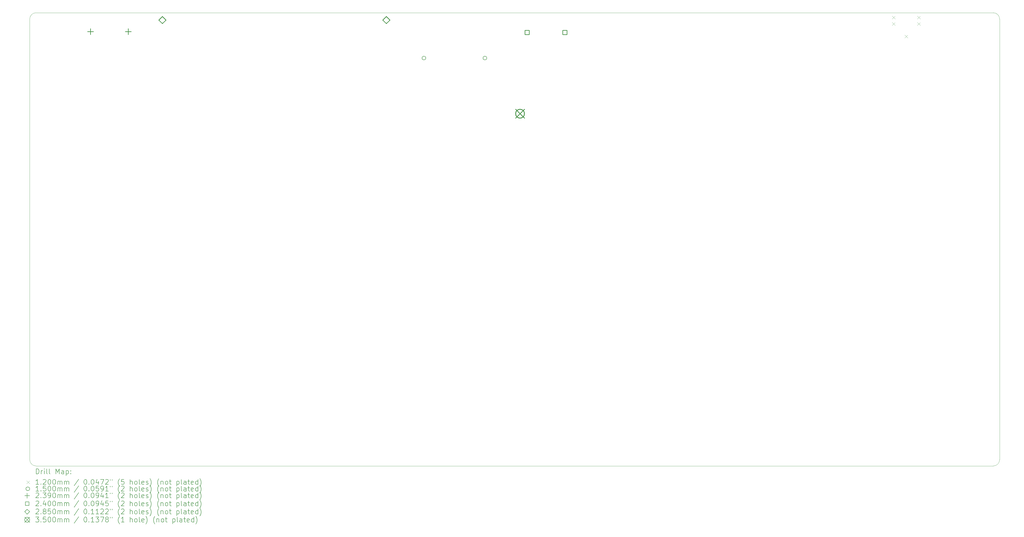
<source format=gbr>
%TF.GenerationSoftware,KiCad,Pcbnew,(6.0.11)*%
%TF.CreationDate,2023-02-02T14:04:35+00:00*%
%TF.ProjectId,yddraig09,79646472-6169-4673-9039-2e6b69636164,rev?*%
%TF.SameCoordinates,Original*%
%TF.FileFunction,Drillmap*%
%TF.FilePolarity,Positive*%
%FSLAX45Y45*%
G04 Gerber Fmt 4.5, Leading zero omitted, Abs format (unit mm)*
G04 Created by KiCad (PCBNEW (6.0.11)) date 2023-02-02 14:04:35*
%MOMM*%
%LPD*%
G01*
G04 APERTURE LIST*
%ADD10C,0.050000*%
%ADD11C,0.200000*%
%ADD12C,0.120000*%
%ADD13C,0.150000*%
%ADD14C,0.239000*%
%ADD15C,0.240000*%
%ADD16C,0.285000*%
%ADD17C,0.350000*%
G04 APERTURE END LIST*
D10*
X2000000Y-2250000D02*
X2000000Y-19750000D01*
X2250000Y-20000000D02*
X40250000Y-20000000D01*
X40500000Y-19750000D02*
X40500000Y-2250000D01*
X40250000Y-2000000D02*
X2250000Y-2000000D01*
X40250000Y-20000000D02*
G75*
G03*
X40500000Y-19750000I0J250000D01*
G01*
X2250000Y-2000000D02*
G75*
G03*
X2000000Y-2250000I0J-250000D01*
G01*
X40500000Y-2250000D02*
G75*
G03*
X40250000Y-2000000I-250000J0D01*
G01*
X2000000Y-19750000D02*
G75*
G03*
X2250000Y-20000000I250000J0D01*
G01*
D11*
D12*
X36236600Y-2130000D02*
X36356600Y-2250000D01*
X36356600Y-2130000D02*
X36236600Y-2250000D01*
X36236600Y-2380000D02*
X36356600Y-2500000D01*
X36356600Y-2380000D02*
X36236600Y-2500000D01*
X36736600Y-2880000D02*
X36856600Y-3000000D01*
X36856600Y-2880000D02*
X36736600Y-3000000D01*
X37236600Y-2130000D02*
X37356600Y-2250000D01*
X37356600Y-2130000D02*
X37236600Y-2250000D01*
X37236600Y-2380000D02*
X37356600Y-2500000D01*
X37356600Y-2380000D02*
X37236600Y-2500000D01*
D13*
X17721960Y-3798660D02*
G75*
G03*
X17721960Y-3798660I-75000J0D01*
G01*
X20141960Y-3798660D02*
G75*
G03*
X20141960Y-3798660I-75000J0D01*
G01*
D14*
X4408120Y-2628080D02*
X4408120Y-2867080D01*
X4288620Y-2747580D02*
X4527620Y-2747580D01*
X5909120Y-2628080D02*
X5909120Y-2867080D01*
X5789620Y-2747580D02*
X6028620Y-2747580D01*
D15*
X21826554Y-2868694D02*
X21826554Y-2698986D01*
X21656846Y-2698986D01*
X21656846Y-2868694D01*
X21826554Y-2868694D01*
X23326554Y-2868694D02*
X23326554Y-2698986D01*
X23156846Y-2698986D01*
X23156846Y-2868694D01*
X23326554Y-2868694D01*
D16*
X7264400Y-2428500D02*
X7406900Y-2286000D01*
X7264400Y-2143500D01*
X7121900Y-2286000D01*
X7264400Y-2428500D01*
X16154400Y-2428500D02*
X16296900Y-2286000D01*
X16154400Y-2143500D01*
X16011900Y-2286000D01*
X16154400Y-2428500D01*
D17*
X21288000Y-5834400D02*
X21638000Y-6184400D01*
X21638000Y-5834400D02*
X21288000Y-6184400D01*
X21638000Y-6009400D02*
G75*
G03*
X21638000Y-6009400I-175000J0D01*
G01*
D11*
X2255119Y-20312976D02*
X2255119Y-20112976D01*
X2302738Y-20112976D01*
X2331310Y-20122500D01*
X2350357Y-20141548D01*
X2359881Y-20160595D01*
X2369405Y-20198690D01*
X2369405Y-20227262D01*
X2359881Y-20265357D01*
X2350357Y-20284405D01*
X2331310Y-20303452D01*
X2302738Y-20312976D01*
X2255119Y-20312976D01*
X2455119Y-20312976D02*
X2455119Y-20179643D01*
X2455119Y-20217738D02*
X2464643Y-20198690D01*
X2474167Y-20189167D01*
X2493214Y-20179643D01*
X2512262Y-20179643D01*
X2578929Y-20312976D02*
X2578929Y-20179643D01*
X2578929Y-20112976D02*
X2569405Y-20122500D01*
X2578929Y-20132024D01*
X2588452Y-20122500D01*
X2578929Y-20112976D01*
X2578929Y-20132024D01*
X2702738Y-20312976D02*
X2683690Y-20303452D01*
X2674167Y-20284405D01*
X2674167Y-20112976D01*
X2807500Y-20312976D02*
X2788452Y-20303452D01*
X2778929Y-20284405D01*
X2778929Y-20112976D01*
X3036071Y-20312976D02*
X3036071Y-20112976D01*
X3102738Y-20255833D01*
X3169405Y-20112976D01*
X3169405Y-20312976D01*
X3350357Y-20312976D02*
X3350357Y-20208214D01*
X3340833Y-20189167D01*
X3321786Y-20179643D01*
X3283690Y-20179643D01*
X3264643Y-20189167D01*
X3350357Y-20303452D02*
X3331309Y-20312976D01*
X3283690Y-20312976D01*
X3264643Y-20303452D01*
X3255119Y-20284405D01*
X3255119Y-20265357D01*
X3264643Y-20246310D01*
X3283690Y-20236786D01*
X3331309Y-20236786D01*
X3350357Y-20227262D01*
X3445595Y-20179643D02*
X3445595Y-20379643D01*
X3445595Y-20189167D02*
X3464643Y-20179643D01*
X3502738Y-20179643D01*
X3521786Y-20189167D01*
X3531309Y-20198690D01*
X3540833Y-20217738D01*
X3540833Y-20274881D01*
X3531309Y-20293929D01*
X3521786Y-20303452D01*
X3502738Y-20312976D01*
X3464643Y-20312976D01*
X3445595Y-20303452D01*
X3626548Y-20293929D02*
X3636071Y-20303452D01*
X3626548Y-20312976D01*
X3617024Y-20303452D01*
X3626548Y-20293929D01*
X3626548Y-20312976D01*
X3626548Y-20189167D02*
X3636071Y-20198690D01*
X3626548Y-20208214D01*
X3617024Y-20198690D01*
X3626548Y-20189167D01*
X3626548Y-20208214D01*
D12*
X1877500Y-20582500D02*
X1997500Y-20702500D01*
X1997500Y-20582500D02*
X1877500Y-20702500D01*
D11*
X2359881Y-20732976D02*
X2245595Y-20732976D01*
X2302738Y-20732976D02*
X2302738Y-20532976D01*
X2283690Y-20561548D01*
X2264643Y-20580595D01*
X2245595Y-20590119D01*
X2445595Y-20713929D02*
X2455119Y-20723452D01*
X2445595Y-20732976D01*
X2436071Y-20723452D01*
X2445595Y-20713929D01*
X2445595Y-20732976D01*
X2531310Y-20552024D02*
X2540833Y-20542500D01*
X2559881Y-20532976D01*
X2607500Y-20532976D01*
X2626548Y-20542500D01*
X2636071Y-20552024D01*
X2645595Y-20571071D01*
X2645595Y-20590119D01*
X2636071Y-20618690D01*
X2521786Y-20732976D01*
X2645595Y-20732976D01*
X2769405Y-20532976D02*
X2788452Y-20532976D01*
X2807500Y-20542500D01*
X2817024Y-20552024D01*
X2826548Y-20571071D01*
X2836071Y-20609167D01*
X2836071Y-20656786D01*
X2826548Y-20694881D01*
X2817024Y-20713929D01*
X2807500Y-20723452D01*
X2788452Y-20732976D01*
X2769405Y-20732976D01*
X2750357Y-20723452D01*
X2740833Y-20713929D01*
X2731310Y-20694881D01*
X2721786Y-20656786D01*
X2721786Y-20609167D01*
X2731310Y-20571071D01*
X2740833Y-20552024D01*
X2750357Y-20542500D01*
X2769405Y-20532976D01*
X2959881Y-20532976D02*
X2978928Y-20532976D01*
X2997976Y-20542500D01*
X3007500Y-20552024D01*
X3017024Y-20571071D01*
X3026548Y-20609167D01*
X3026548Y-20656786D01*
X3017024Y-20694881D01*
X3007500Y-20713929D01*
X2997976Y-20723452D01*
X2978928Y-20732976D01*
X2959881Y-20732976D01*
X2940833Y-20723452D01*
X2931309Y-20713929D01*
X2921786Y-20694881D01*
X2912262Y-20656786D01*
X2912262Y-20609167D01*
X2921786Y-20571071D01*
X2931309Y-20552024D01*
X2940833Y-20542500D01*
X2959881Y-20532976D01*
X3112262Y-20732976D02*
X3112262Y-20599643D01*
X3112262Y-20618690D02*
X3121786Y-20609167D01*
X3140833Y-20599643D01*
X3169405Y-20599643D01*
X3188452Y-20609167D01*
X3197976Y-20628214D01*
X3197976Y-20732976D01*
X3197976Y-20628214D02*
X3207500Y-20609167D01*
X3226548Y-20599643D01*
X3255119Y-20599643D01*
X3274167Y-20609167D01*
X3283690Y-20628214D01*
X3283690Y-20732976D01*
X3378928Y-20732976D02*
X3378928Y-20599643D01*
X3378928Y-20618690D02*
X3388452Y-20609167D01*
X3407500Y-20599643D01*
X3436071Y-20599643D01*
X3455119Y-20609167D01*
X3464643Y-20628214D01*
X3464643Y-20732976D01*
X3464643Y-20628214D02*
X3474167Y-20609167D01*
X3493214Y-20599643D01*
X3521786Y-20599643D01*
X3540833Y-20609167D01*
X3550357Y-20628214D01*
X3550357Y-20732976D01*
X3940833Y-20523452D02*
X3769405Y-20780595D01*
X4197976Y-20532976D02*
X4217024Y-20532976D01*
X4236071Y-20542500D01*
X4245595Y-20552024D01*
X4255119Y-20571071D01*
X4264643Y-20609167D01*
X4264643Y-20656786D01*
X4255119Y-20694881D01*
X4245595Y-20713929D01*
X4236071Y-20723452D01*
X4217024Y-20732976D01*
X4197976Y-20732976D01*
X4178928Y-20723452D01*
X4169405Y-20713929D01*
X4159881Y-20694881D01*
X4150357Y-20656786D01*
X4150357Y-20609167D01*
X4159881Y-20571071D01*
X4169405Y-20552024D01*
X4178928Y-20542500D01*
X4197976Y-20532976D01*
X4350357Y-20713929D02*
X4359881Y-20723452D01*
X4350357Y-20732976D01*
X4340833Y-20723452D01*
X4350357Y-20713929D01*
X4350357Y-20732976D01*
X4483690Y-20532976D02*
X4502738Y-20532976D01*
X4521786Y-20542500D01*
X4531310Y-20552024D01*
X4540833Y-20571071D01*
X4550357Y-20609167D01*
X4550357Y-20656786D01*
X4540833Y-20694881D01*
X4531310Y-20713929D01*
X4521786Y-20723452D01*
X4502738Y-20732976D01*
X4483690Y-20732976D01*
X4464643Y-20723452D01*
X4455119Y-20713929D01*
X4445595Y-20694881D01*
X4436071Y-20656786D01*
X4436071Y-20609167D01*
X4445595Y-20571071D01*
X4455119Y-20552024D01*
X4464643Y-20542500D01*
X4483690Y-20532976D01*
X4721786Y-20599643D02*
X4721786Y-20732976D01*
X4674167Y-20523452D02*
X4626548Y-20666310D01*
X4750357Y-20666310D01*
X4807500Y-20532976D02*
X4940833Y-20532976D01*
X4855119Y-20732976D01*
X5007500Y-20552024D02*
X5017024Y-20542500D01*
X5036071Y-20532976D01*
X5083690Y-20532976D01*
X5102738Y-20542500D01*
X5112262Y-20552024D01*
X5121786Y-20571071D01*
X5121786Y-20590119D01*
X5112262Y-20618690D01*
X4997976Y-20732976D01*
X5121786Y-20732976D01*
X5197976Y-20532976D02*
X5197976Y-20571071D01*
X5274167Y-20532976D02*
X5274167Y-20571071D01*
X5569405Y-20809167D02*
X5559881Y-20799643D01*
X5540833Y-20771071D01*
X5531310Y-20752024D01*
X5521786Y-20723452D01*
X5512262Y-20675833D01*
X5512262Y-20637738D01*
X5521786Y-20590119D01*
X5531310Y-20561548D01*
X5540833Y-20542500D01*
X5559881Y-20513929D01*
X5569405Y-20504405D01*
X5740833Y-20532976D02*
X5645595Y-20532976D01*
X5636071Y-20628214D01*
X5645595Y-20618690D01*
X5664643Y-20609167D01*
X5712262Y-20609167D01*
X5731309Y-20618690D01*
X5740833Y-20628214D01*
X5750357Y-20647262D01*
X5750357Y-20694881D01*
X5740833Y-20713929D01*
X5731309Y-20723452D01*
X5712262Y-20732976D01*
X5664643Y-20732976D01*
X5645595Y-20723452D01*
X5636071Y-20713929D01*
X5988452Y-20732976D02*
X5988452Y-20532976D01*
X6074167Y-20732976D02*
X6074167Y-20628214D01*
X6064643Y-20609167D01*
X6045595Y-20599643D01*
X6017024Y-20599643D01*
X5997976Y-20609167D01*
X5988452Y-20618690D01*
X6197976Y-20732976D02*
X6178928Y-20723452D01*
X6169405Y-20713929D01*
X6159881Y-20694881D01*
X6159881Y-20637738D01*
X6169405Y-20618690D01*
X6178928Y-20609167D01*
X6197976Y-20599643D01*
X6226548Y-20599643D01*
X6245595Y-20609167D01*
X6255119Y-20618690D01*
X6264643Y-20637738D01*
X6264643Y-20694881D01*
X6255119Y-20713929D01*
X6245595Y-20723452D01*
X6226548Y-20732976D01*
X6197976Y-20732976D01*
X6378928Y-20732976D02*
X6359881Y-20723452D01*
X6350357Y-20704405D01*
X6350357Y-20532976D01*
X6531309Y-20723452D02*
X6512262Y-20732976D01*
X6474167Y-20732976D01*
X6455119Y-20723452D01*
X6445595Y-20704405D01*
X6445595Y-20628214D01*
X6455119Y-20609167D01*
X6474167Y-20599643D01*
X6512262Y-20599643D01*
X6531309Y-20609167D01*
X6540833Y-20628214D01*
X6540833Y-20647262D01*
X6445595Y-20666310D01*
X6617024Y-20723452D02*
X6636071Y-20732976D01*
X6674167Y-20732976D01*
X6693214Y-20723452D01*
X6702738Y-20704405D01*
X6702738Y-20694881D01*
X6693214Y-20675833D01*
X6674167Y-20666310D01*
X6645595Y-20666310D01*
X6626548Y-20656786D01*
X6617024Y-20637738D01*
X6617024Y-20628214D01*
X6626548Y-20609167D01*
X6645595Y-20599643D01*
X6674167Y-20599643D01*
X6693214Y-20609167D01*
X6769405Y-20809167D02*
X6778928Y-20799643D01*
X6797976Y-20771071D01*
X6807500Y-20752024D01*
X6817024Y-20723452D01*
X6826548Y-20675833D01*
X6826548Y-20637738D01*
X6817024Y-20590119D01*
X6807500Y-20561548D01*
X6797976Y-20542500D01*
X6778928Y-20513929D01*
X6769405Y-20504405D01*
X7131309Y-20809167D02*
X7121786Y-20799643D01*
X7102738Y-20771071D01*
X7093214Y-20752024D01*
X7083690Y-20723452D01*
X7074167Y-20675833D01*
X7074167Y-20637738D01*
X7083690Y-20590119D01*
X7093214Y-20561548D01*
X7102738Y-20542500D01*
X7121786Y-20513929D01*
X7131309Y-20504405D01*
X7207500Y-20599643D02*
X7207500Y-20732976D01*
X7207500Y-20618690D02*
X7217024Y-20609167D01*
X7236071Y-20599643D01*
X7264643Y-20599643D01*
X7283690Y-20609167D01*
X7293214Y-20628214D01*
X7293214Y-20732976D01*
X7417024Y-20732976D02*
X7397976Y-20723452D01*
X7388452Y-20713929D01*
X7378928Y-20694881D01*
X7378928Y-20637738D01*
X7388452Y-20618690D01*
X7397976Y-20609167D01*
X7417024Y-20599643D01*
X7445595Y-20599643D01*
X7464643Y-20609167D01*
X7474167Y-20618690D01*
X7483690Y-20637738D01*
X7483690Y-20694881D01*
X7474167Y-20713929D01*
X7464643Y-20723452D01*
X7445595Y-20732976D01*
X7417024Y-20732976D01*
X7540833Y-20599643D02*
X7617024Y-20599643D01*
X7569405Y-20532976D02*
X7569405Y-20704405D01*
X7578928Y-20723452D01*
X7597976Y-20732976D01*
X7617024Y-20732976D01*
X7836071Y-20599643D02*
X7836071Y-20799643D01*
X7836071Y-20609167D02*
X7855119Y-20599643D01*
X7893214Y-20599643D01*
X7912262Y-20609167D01*
X7921786Y-20618690D01*
X7931309Y-20637738D01*
X7931309Y-20694881D01*
X7921786Y-20713929D01*
X7912262Y-20723452D01*
X7893214Y-20732976D01*
X7855119Y-20732976D01*
X7836071Y-20723452D01*
X8045595Y-20732976D02*
X8026548Y-20723452D01*
X8017024Y-20704405D01*
X8017024Y-20532976D01*
X8207500Y-20732976D02*
X8207500Y-20628214D01*
X8197976Y-20609167D01*
X8178928Y-20599643D01*
X8140833Y-20599643D01*
X8121786Y-20609167D01*
X8207500Y-20723452D02*
X8188452Y-20732976D01*
X8140833Y-20732976D01*
X8121786Y-20723452D01*
X8112262Y-20704405D01*
X8112262Y-20685357D01*
X8121786Y-20666310D01*
X8140833Y-20656786D01*
X8188452Y-20656786D01*
X8207500Y-20647262D01*
X8274167Y-20599643D02*
X8350357Y-20599643D01*
X8302738Y-20532976D02*
X8302738Y-20704405D01*
X8312262Y-20723452D01*
X8331309Y-20732976D01*
X8350357Y-20732976D01*
X8493214Y-20723452D02*
X8474167Y-20732976D01*
X8436071Y-20732976D01*
X8417024Y-20723452D01*
X8407500Y-20704405D01*
X8407500Y-20628214D01*
X8417024Y-20609167D01*
X8436071Y-20599643D01*
X8474167Y-20599643D01*
X8493214Y-20609167D01*
X8502738Y-20628214D01*
X8502738Y-20647262D01*
X8407500Y-20666310D01*
X8674167Y-20732976D02*
X8674167Y-20532976D01*
X8674167Y-20723452D02*
X8655119Y-20732976D01*
X8617024Y-20732976D01*
X8597976Y-20723452D01*
X8588452Y-20713929D01*
X8578929Y-20694881D01*
X8578929Y-20637738D01*
X8588452Y-20618690D01*
X8597976Y-20609167D01*
X8617024Y-20599643D01*
X8655119Y-20599643D01*
X8674167Y-20609167D01*
X8750357Y-20809167D02*
X8759881Y-20799643D01*
X8778929Y-20771071D01*
X8788452Y-20752024D01*
X8797976Y-20723452D01*
X8807500Y-20675833D01*
X8807500Y-20637738D01*
X8797976Y-20590119D01*
X8788452Y-20561548D01*
X8778929Y-20542500D01*
X8759881Y-20513929D01*
X8750357Y-20504405D01*
D13*
X1997500Y-20906500D02*
G75*
G03*
X1997500Y-20906500I-75000J0D01*
G01*
D11*
X2359881Y-20996976D02*
X2245595Y-20996976D01*
X2302738Y-20996976D02*
X2302738Y-20796976D01*
X2283690Y-20825548D01*
X2264643Y-20844595D01*
X2245595Y-20854119D01*
X2445595Y-20977929D02*
X2455119Y-20987452D01*
X2445595Y-20996976D01*
X2436071Y-20987452D01*
X2445595Y-20977929D01*
X2445595Y-20996976D01*
X2636071Y-20796976D02*
X2540833Y-20796976D01*
X2531310Y-20892214D01*
X2540833Y-20882690D01*
X2559881Y-20873167D01*
X2607500Y-20873167D01*
X2626548Y-20882690D01*
X2636071Y-20892214D01*
X2645595Y-20911262D01*
X2645595Y-20958881D01*
X2636071Y-20977929D01*
X2626548Y-20987452D01*
X2607500Y-20996976D01*
X2559881Y-20996976D01*
X2540833Y-20987452D01*
X2531310Y-20977929D01*
X2769405Y-20796976D02*
X2788452Y-20796976D01*
X2807500Y-20806500D01*
X2817024Y-20816024D01*
X2826548Y-20835071D01*
X2836071Y-20873167D01*
X2836071Y-20920786D01*
X2826548Y-20958881D01*
X2817024Y-20977929D01*
X2807500Y-20987452D01*
X2788452Y-20996976D01*
X2769405Y-20996976D01*
X2750357Y-20987452D01*
X2740833Y-20977929D01*
X2731310Y-20958881D01*
X2721786Y-20920786D01*
X2721786Y-20873167D01*
X2731310Y-20835071D01*
X2740833Y-20816024D01*
X2750357Y-20806500D01*
X2769405Y-20796976D01*
X2959881Y-20796976D02*
X2978928Y-20796976D01*
X2997976Y-20806500D01*
X3007500Y-20816024D01*
X3017024Y-20835071D01*
X3026548Y-20873167D01*
X3026548Y-20920786D01*
X3017024Y-20958881D01*
X3007500Y-20977929D01*
X2997976Y-20987452D01*
X2978928Y-20996976D01*
X2959881Y-20996976D01*
X2940833Y-20987452D01*
X2931309Y-20977929D01*
X2921786Y-20958881D01*
X2912262Y-20920786D01*
X2912262Y-20873167D01*
X2921786Y-20835071D01*
X2931309Y-20816024D01*
X2940833Y-20806500D01*
X2959881Y-20796976D01*
X3112262Y-20996976D02*
X3112262Y-20863643D01*
X3112262Y-20882690D02*
X3121786Y-20873167D01*
X3140833Y-20863643D01*
X3169405Y-20863643D01*
X3188452Y-20873167D01*
X3197976Y-20892214D01*
X3197976Y-20996976D01*
X3197976Y-20892214D02*
X3207500Y-20873167D01*
X3226548Y-20863643D01*
X3255119Y-20863643D01*
X3274167Y-20873167D01*
X3283690Y-20892214D01*
X3283690Y-20996976D01*
X3378928Y-20996976D02*
X3378928Y-20863643D01*
X3378928Y-20882690D02*
X3388452Y-20873167D01*
X3407500Y-20863643D01*
X3436071Y-20863643D01*
X3455119Y-20873167D01*
X3464643Y-20892214D01*
X3464643Y-20996976D01*
X3464643Y-20892214D02*
X3474167Y-20873167D01*
X3493214Y-20863643D01*
X3521786Y-20863643D01*
X3540833Y-20873167D01*
X3550357Y-20892214D01*
X3550357Y-20996976D01*
X3940833Y-20787452D02*
X3769405Y-21044595D01*
X4197976Y-20796976D02*
X4217024Y-20796976D01*
X4236071Y-20806500D01*
X4245595Y-20816024D01*
X4255119Y-20835071D01*
X4264643Y-20873167D01*
X4264643Y-20920786D01*
X4255119Y-20958881D01*
X4245595Y-20977929D01*
X4236071Y-20987452D01*
X4217024Y-20996976D01*
X4197976Y-20996976D01*
X4178928Y-20987452D01*
X4169405Y-20977929D01*
X4159881Y-20958881D01*
X4150357Y-20920786D01*
X4150357Y-20873167D01*
X4159881Y-20835071D01*
X4169405Y-20816024D01*
X4178928Y-20806500D01*
X4197976Y-20796976D01*
X4350357Y-20977929D02*
X4359881Y-20987452D01*
X4350357Y-20996976D01*
X4340833Y-20987452D01*
X4350357Y-20977929D01*
X4350357Y-20996976D01*
X4483690Y-20796976D02*
X4502738Y-20796976D01*
X4521786Y-20806500D01*
X4531310Y-20816024D01*
X4540833Y-20835071D01*
X4550357Y-20873167D01*
X4550357Y-20920786D01*
X4540833Y-20958881D01*
X4531310Y-20977929D01*
X4521786Y-20987452D01*
X4502738Y-20996976D01*
X4483690Y-20996976D01*
X4464643Y-20987452D01*
X4455119Y-20977929D01*
X4445595Y-20958881D01*
X4436071Y-20920786D01*
X4436071Y-20873167D01*
X4445595Y-20835071D01*
X4455119Y-20816024D01*
X4464643Y-20806500D01*
X4483690Y-20796976D01*
X4731310Y-20796976D02*
X4636071Y-20796976D01*
X4626548Y-20892214D01*
X4636071Y-20882690D01*
X4655119Y-20873167D01*
X4702738Y-20873167D01*
X4721786Y-20882690D01*
X4731310Y-20892214D01*
X4740833Y-20911262D01*
X4740833Y-20958881D01*
X4731310Y-20977929D01*
X4721786Y-20987452D01*
X4702738Y-20996976D01*
X4655119Y-20996976D01*
X4636071Y-20987452D01*
X4626548Y-20977929D01*
X4836071Y-20996976D02*
X4874167Y-20996976D01*
X4893214Y-20987452D01*
X4902738Y-20977929D01*
X4921786Y-20949357D01*
X4931310Y-20911262D01*
X4931310Y-20835071D01*
X4921786Y-20816024D01*
X4912262Y-20806500D01*
X4893214Y-20796976D01*
X4855119Y-20796976D01*
X4836071Y-20806500D01*
X4826548Y-20816024D01*
X4817024Y-20835071D01*
X4817024Y-20882690D01*
X4826548Y-20901738D01*
X4836071Y-20911262D01*
X4855119Y-20920786D01*
X4893214Y-20920786D01*
X4912262Y-20911262D01*
X4921786Y-20901738D01*
X4931310Y-20882690D01*
X5121786Y-20996976D02*
X5007500Y-20996976D01*
X5064643Y-20996976D02*
X5064643Y-20796976D01*
X5045595Y-20825548D01*
X5026548Y-20844595D01*
X5007500Y-20854119D01*
X5197976Y-20796976D02*
X5197976Y-20835071D01*
X5274167Y-20796976D02*
X5274167Y-20835071D01*
X5569405Y-21073167D02*
X5559881Y-21063643D01*
X5540833Y-21035071D01*
X5531310Y-21016024D01*
X5521786Y-20987452D01*
X5512262Y-20939833D01*
X5512262Y-20901738D01*
X5521786Y-20854119D01*
X5531310Y-20825548D01*
X5540833Y-20806500D01*
X5559881Y-20777929D01*
X5569405Y-20768405D01*
X5636071Y-20816024D02*
X5645595Y-20806500D01*
X5664643Y-20796976D01*
X5712262Y-20796976D01*
X5731309Y-20806500D01*
X5740833Y-20816024D01*
X5750357Y-20835071D01*
X5750357Y-20854119D01*
X5740833Y-20882690D01*
X5626548Y-20996976D01*
X5750357Y-20996976D01*
X5988452Y-20996976D02*
X5988452Y-20796976D01*
X6074167Y-20996976D02*
X6074167Y-20892214D01*
X6064643Y-20873167D01*
X6045595Y-20863643D01*
X6017024Y-20863643D01*
X5997976Y-20873167D01*
X5988452Y-20882690D01*
X6197976Y-20996976D02*
X6178928Y-20987452D01*
X6169405Y-20977929D01*
X6159881Y-20958881D01*
X6159881Y-20901738D01*
X6169405Y-20882690D01*
X6178928Y-20873167D01*
X6197976Y-20863643D01*
X6226548Y-20863643D01*
X6245595Y-20873167D01*
X6255119Y-20882690D01*
X6264643Y-20901738D01*
X6264643Y-20958881D01*
X6255119Y-20977929D01*
X6245595Y-20987452D01*
X6226548Y-20996976D01*
X6197976Y-20996976D01*
X6378928Y-20996976D02*
X6359881Y-20987452D01*
X6350357Y-20968405D01*
X6350357Y-20796976D01*
X6531309Y-20987452D02*
X6512262Y-20996976D01*
X6474167Y-20996976D01*
X6455119Y-20987452D01*
X6445595Y-20968405D01*
X6445595Y-20892214D01*
X6455119Y-20873167D01*
X6474167Y-20863643D01*
X6512262Y-20863643D01*
X6531309Y-20873167D01*
X6540833Y-20892214D01*
X6540833Y-20911262D01*
X6445595Y-20930310D01*
X6617024Y-20987452D02*
X6636071Y-20996976D01*
X6674167Y-20996976D01*
X6693214Y-20987452D01*
X6702738Y-20968405D01*
X6702738Y-20958881D01*
X6693214Y-20939833D01*
X6674167Y-20930310D01*
X6645595Y-20930310D01*
X6626548Y-20920786D01*
X6617024Y-20901738D01*
X6617024Y-20892214D01*
X6626548Y-20873167D01*
X6645595Y-20863643D01*
X6674167Y-20863643D01*
X6693214Y-20873167D01*
X6769405Y-21073167D02*
X6778928Y-21063643D01*
X6797976Y-21035071D01*
X6807500Y-21016024D01*
X6817024Y-20987452D01*
X6826548Y-20939833D01*
X6826548Y-20901738D01*
X6817024Y-20854119D01*
X6807500Y-20825548D01*
X6797976Y-20806500D01*
X6778928Y-20777929D01*
X6769405Y-20768405D01*
X7131309Y-21073167D02*
X7121786Y-21063643D01*
X7102738Y-21035071D01*
X7093214Y-21016024D01*
X7083690Y-20987452D01*
X7074167Y-20939833D01*
X7074167Y-20901738D01*
X7083690Y-20854119D01*
X7093214Y-20825548D01*
X7102738Y-20806500D01*
X7121786Y-20777929D01*
X7131309Y-20768405D01*
X7207500Y-20863643D02*
X7207500Y-20996976D01*
X7207500Y-20882690D02*
X7217024Y-20873167D01*
X7236071Y-20863643D01*
X7264643Y-20863643D01*
X7283690Y-20873167D01*
X7293214Y-20892214D01*
X7293214Y-20996976D01*
X7417024Y-20996976D02*
X7397976Y-20987452D01*
X7388452Y-20977929D01*
X7378928Y-20958881D01*
X7378928Y-20901738D01*
X7388452Y-20882690D01*
X7397976Y-20873167D01*
X7417024Y-20863643D01*
X7445595Y-20863643D01*
X7464643Y-20873167D01*
X7474167Y-20882690D01*
X7483690Y-20901738D01*
X7483690Y-20958881D01*
X7474167Y-20977929D01*
X7464643Y-20987452D01*
X7445595Y-20996976D01*
X7417024Y-20996976D01*
X7540833Y-20863643D02*
X7617024Y-20863643D01*
X7569405Y-20796976D02*
X7569405Y-20968405D01*
X7578928Y-20987452D01*
X7597976Y-20996976D01*
X7617024Y-20996976D01*
X7836071Y-20863643D02*
X7836071Y-21063643D01*
X7836071Y-20873167D02*
X7855119Y-20863643D01*
X7893214Y-20863643D01*
X7912262Y-20873167D01*
X7921786Y-20882690D01*
X7931309Y-20901738D01*
X7931309Y-20958881D01*
X7921786Y-20977929D01*
X7912262Y-20987452D01*
X7893214Y-20996976D01*
X7855119Y-20996976D01*
X7836071Y-20987452D01*
X8045595Y-20996976D02*
X8026548Y-20987452D01*
X8017024Y-20968405D01*
X8017024Y-20796976D01*
X8207500Y-20996976D02*
X8207500Y-20892214D01*
X8197976Y-20873167D01*
X8178928Y-20863643D01*
X8140833Y-20863643D01*
X8121786Y-20873167D01*
X8207500Y-20987452D02*
X8188452Y-20996976D01*
X8140833Y-20996976D01*
X8121786Y-20987452D01*
X8112262Y-20968405D01*
X8112262Y-20949357D01*
X8121786Y-20930310D01*
X8140833Y-20920786D01*
X8188452Y-20920786D01*
X8207500Y-20911262D01*
X8274167Y-20863643D02*
X8350357Y-20863643D01*
X8302738Y-20796976D02*
X8302738Y-20968405D01*
X8312262Y-20987452D01*
X8331309Y-20996976D01*
X8350357Y-20996976D01*
X8493214Y-20987452D02*
X8474167Y-20996976D01*
X8436071Y-20996976D01*
X8417024Y-20987452D01*
X8407500Y-20968405D01*
X8407500Y-20892214D01*
X8417024Y-20873167D01*
X8436071Y-20863643D01*
X8474167Y-20863643D01*
X8493214Y-20873167D01*
X8502738Y-20892214D01*
X8502738Y-20911262D01*
X8407500Y-20930310D01*
X8674167Y-20996976D02*
X8674167Y-20796976D01*
X8674167Y-20987452D02*
X8655119Y-20996976D01*
X8617024Y-20996976D01*
X8597976Y-20987452D01*
X8588452Y-20977929D01*
X8578929Y-20958881D01*
X8578929Y-20901738D01*
X8588452Y-20882690D01*
X8597976Y-20873167D01*
X8617024Y-20863643D01*
X8655119Y-20863643D01*
X8674167Y-20873167D01*
X8750357Y-21073167D02*
X8759881Y-21063643D01*
X8778929Y-21035071D01*
X8788452Y-21016024D01*
X8797976Y-20987452D01*
X8807500Y-20939833D01*
X8807500Y-20901738D01*
X8797976Y-20854119D01*
X8788452Y-20825548D01*
X8778929Y-20806500D01*
X8759881Y-20777929D01*
X8750357Y-20768405D01*
X1897500Y-21076500D02*
X1897500Y-21276500D01*
X1797500Y-21176500D02*
X1997500Y-21176500D01*
X2245595Y-21086024D02*
X2255119Y-21076500D01*
X2274167Y-21066976D01*
X2321786Y-21066976D01*
X2340833Y-21076500D01*
X2350357Y-21086024D01*
X2359881Y-21105071D01*
X2359881Y-21124119D01*
X2350357Y-21152690D01*
X2236071Y-21266976D01*
X2359881Y-21266976D01*
X2445595Y-21247929D02*
X2455119Y-21257452D01*
X2445595Y-21266976D01*
X2436071Y-21257452D01*
X2445595Y-21247929D01*
X2445595Y-21266976D01*
X2521786Y-21066976D02*
X2645595Y-21066976D01*
X2578929Y-21143167D01*
X2607500Y-21143167D01*
X2626548Y-21152690D01*
X2636071Y-21162214D01*
X2645595Y-21181262D01*
X2645595Y-21228881D01*
X2636071Y-21247929D01*
X2626548Y-21257452D01*
X2607500Y-21266976D01*
X2550357Y-21266976D01*
X2531310Y-21257452D01*
X2521786Y-21247929D01*
X2740833Y-21266976D02*
X2778929Y-21266976D01*
X2797976Y-21257452D01*
X2807500Y-21247929D01*
X2826548Y-21219357D01*
X2836071Y-21181262D01*
X2836071Y-21105071D01*
X2826548Y-21086024D01*
X2817024Y-21076500D01*
X2797976Y-21066976D01*
X2759881Y-21066976D01*
X2740833Y-21076500D01*
X2731310Y-21086024D01*
X2721786Y-21105071D01*
X2721786Y-21152690D01*
X2731310Y-21171738D01*
X2740833Y-21181262D01*
X2759881Y-21190786D01*
X2797976Y-21190786D01*
X2817024Y-21181262D01*
X2826548Y-21171738D01*
X2836071Y-21152690D01*
X2959881Y-21066976D02*
X2978928Y-21066976D01*
X2997976Y-21076500D01*
X3007500Y-21086024D01*
X3017024Y-21105071D01*
X3026548Y-21143167D01*
X3026548Y-21190786D01*
X3017024Y-21228881D01*
X3007500Y-21247929D01*
X2997976Y-21257452D01*
X2978928Y-21266976D01*
X2959881Y-21266976D01*
X2940833Y-21257452D01*
X2931309Y-21247929D01*
X2921786Y-21228881D01*
X2912262Y-21190786D01*
X2912262Y-21143167D01*
X2921786Y-21105071D01*
X2931309Y-21086024D01*
X2940833Y-21076500D01*
X2959881Y-21066976D01*
X3112262Y-21266976D02*
X3112262Y-21133643D01*
X3112262Y-21152690D02*
X3121786Y-21143167D01*
X3140833Y-21133643D01*
X3169405Y-21133643D01*
X3188452Y-21143167D01*
X3197976Y-21162214D01*
X3197976Y-21266976D01*
X3197976Y-21162214D02*
X3207500Y-21143167D01*
X3226548Y-21133643D01*
X3255119Y-21133643D01*
X3274167Y-21143167D01*
X3283690Y-21162214D01*
X3283690Y-21266976D01*
X3378928Y-21266976D02*
X3378928Y-21133643D01*
X3378928Y-21152690D02*
X3388452Y-21143167D01*
X3407500Y-21133643D01*
X3436071Y-21133643D01*
X3455119Y-21143167D01*
X3464643Y-21162214D01*
X3464643Y-21266976D01*
X3464643Y-21162214D02*
X3474167Y-21143167D01*
X3493214Y-21133643D01*
X3521786Y-21133643D01*
X3540833Y-21143167D01*
X3550357Y-21162214D01*
X3550357Y-21266976D01*
X3940833Y-21057452D02*
X3769405Y-21314595D01*
X4197976Y-21066976D02*
X4217024Y-21066976D01*
X4236071Y-21076500D01*
X4245595Y-21086024D01*
X4255119Y-21105071D01*
X4264643Y-21143167D01*
X4264643Y-21190786D01*
X4255119Y-21228881D01*
X4245595Y-21247929D01*
X4236071Y-21257452D01*
X4217024Y-21266976D01*
X4197976Y-21266976D01*
X4178928Y-21257452D01*
X4169405Y-21247929D01*
X4159881Y-21228881D01*
X4150357Y-21190786D01*
X4150357Y-21143167D01*
X4159881Y-21105071D01*
X4169405Y-21086024D01*
X4178928Y-21076500D01*
X4197976Y-21066976D01*
X4350357Y-21247929D02*
X4359881Y-21257452D01*
X4350357Y-21266976D01*
X4340833Y-21257452D01*
X4350357Y-21247929D01*
X4350357Y-21266976D01*
X4483690Y-21066976D02*
X4502738Y-21066976D01*
X4521786Y-21076500D01*
X4531310Y-21086024D01*
X4540833Y-21105071D01*
X4550357Y-21143167D01*
X4550357Y-21190786D01*
X4540833Y-21228881D01*
X4531310Y-21247929D01*
X4521786Y-21257452D01*
X4502738Y-21266976D01*
X4483690Y-21266976D01*
X4464643Y-21257452D01*
X4455119Y-21247929D01*
X4445595Y-21228881D01*
X4436071Y-21190786D01*
X4436071Y-21143167D01*
X4445595Y-21105071D01*
X4455119Y-21086024D01*
X4464643Y-21076500D01*
X4483690Y-21066976D01*
X4645595Y-21266976D02*
X4683690Y-21266976D01*
X4702738Y-21257452D01*
X4712262Y-21247929D01*
X4731310Y-21219357D01*
X4740833Y-21181262D01*
X4740833Y-21105071D01*
X4731310Y-21086024D01*
X4721786Y-21076500D01*
X4702738Y-21066976D01*
X4664643Y-21066976D01*
X4645595Y-21076500D01*
X4636071Y-21086024D01*
X4626548Y-21105071D01*
X4626548Y-21152690D01*
X4636071Y-21171738D01*
X4645595Y-21181262D01*
X4664643Y-21190786D01*
X4702738Y-21190786D01*
X4721786Y-21181262D01*
X4731310Y-21171738D01*
X4740833Y-21152690D01*
X4912262Y-21133643D02*
X4912262Y-21266976D01*
X4864643Y-21057452D02*
X4817024Y-21200310D01*
X4940833Y-21200310D01*
X5121786Y-21266976D02*
X5007500Y-21266976D01*
X5064643Y-21266976D02*
X5064643Y-21066976D01*
X5045595Y-21095548D01*
X5026548Y-21114595D01*
X5007500Y-21124119D01*
X5197976Y-21066976D02*
X5197976Y-21105071D01*
X5274167Y-21066976D02*
X5274167Y-21105071D01*
X5569405Y-21343167D02*
X5559881Y-21333643D01*
X5540833Y-21305071D01*
X5531310Y-21286024D01*
X5521786Y-21257452D01*
X5512262Y-21209833D01*
X5512262Y-21171738D01*
X5521786Y-21124119D01*
X5531310Y-21095548D01*
X5540833Y-21076500D01*
X5559881Y-21047929D01*
X5569405Y-21038405D01*
X5636071Y-21086024D02*
X5645595Y-21076500D01*
X5664643Y-21066976D01*
X5712262Y-21066976D01*
X5731309Y-21076500D01*
X5740833Y-21086024D01*
X5750357Y-21105071D01*
X5750357Y-21124119D01*
X5740833Y-21152690D01*
X5626548Y-21266976D01*
X5750357Y-21266976D01*
X5988452Y-21266976D02*
X5988452Y-21066976D01*
X6074167Y-21266976D02*
X6074167Y-21162214D01*
X6064643Y-21143167D01*
X6045595Y-21133643D01*
X6017024Y-21133643D01*
X5997976Y-21143167D01*
X5988452Y-21152690D01*
X6197976Y-21266976D02*
X6178928Y-21257452D01*
X6169405Y-21247929D01*
X6159881Y-21228881D01*
X6159881Y-21171738D01*
X6169405Y-21152690D01*
X6178928Y-21143167D01*
X6197976Y-21133643D01*
X6226548Y-21133643D01*
X6245595Y-21143167D01*
X6255119Y-21152690D01*
X6264643Y-21171738D01*
X6264643Y-21228881D01*
X6255119Y-21247929D01*
X6245595Y-21257452D01*
X6226548Y-21266976D01*
X6197976Y-21266976D01*
X6378928Y-21266976D02*
X6359881Y-21257452D01*
X6350357Y-21238405D01*
X6350357Y-21066976D01*
X6531309Y-21257452D02*
X6512262Y-21266976D01*
X6474167Y-21266976D01*
X6455119Y-21257452D01*
X6445595Y-21238405D01*
X6445595Y-21162214D01*
X6455119Y-21143167D01*
X6474167Y-21133643D01*
X6512262Y-21133643D01*
X6531309Y-21143167D01*
X6540833Y-21162214D01*
X6540833Y-21181262D01*
X6445595Y-21200310D01*
X6617024Y-21257452D02*
X6636071Y-21266976D01*
X6674167Y-21266976D01*
X6693214Y-21257452D01*
X6702738Y-21238405D01*
X6702738Y-21228881D01*
X6693214Y-21209833D01*
X6674167Y-21200310D01*
X6645595Y-21200310D01*
X6626548Y-21190786D01*
X6617024Y-21171738D01*
X6617024Y-21162214D01*
X6626548Y-21143167D01*
X6645595Y-21133643D01*
X6674167Y-21133643D01*
X6693214Y-21143167D01*
X6769405Y-21343167D02*
X6778928Y-21333643D01*
X6797976Y-21305071D01*
X6807500Y-21286024D01*
X6817024Y-21257452D01*
X6826548Y-21209833D01*
X6826548Y-21171738D01*
X6817024Y-21124119D01*
X6807500Y-21095548D01*
X6797976Y-21076500D01*
X6778928Y-21047929D01*
X6769405Y-21038405D01*
X7131309Y-21343167D02*
X7121786Y-21333643D01*
X7102738Y-21305071D01*
X7093214Y-21286024D01*
X7083690Y-21257452D01*
X7074167Y-21209833D01*
X7074167Y-21171738D01*
X7083690Y-21124119D01*
X7093214Y-21095548D01*
X7102738Y-21076500D01*
X7121786Y-21047929D01*
X7131309Y-21038405D01*
X7207500Y-21133643D02*
X7207500Y-21266976D01*
X7207500Y-21152690D02*
X7217024Y-21143167D01*
X7236071Y-21133643D01*
X7264643Y-21133643D01*
X7283690Y-21143167D01*
X7293214Y-21162214D01*
X7293214Y-21266976D01*
X7417024Y-21266976D02*
X7397976Y-21257452D01*
X7388452Y-21247929D01*
X7378928Y-21228881D01*
X7378928Y-21171738D01*
X7388452Y-21152690D01*
X7397976Y-21143167D01*
X7417024Y-21133643D01*
X7445595Y-21133643D01*
X7464643Y-21143167D01*
X7474167Y-21152690D01*
X7483690Y-21171738D01*
X7483690Y-21228881D01*
X7474167Y-21247929D01*
X7464643Y-21257452D01*
X7445595Y-21266976D01*
X7417024Y-21266976D01*
X7540833Y-21133643D02*
X7617024Y-21133643D01*
X7569405Y-21066976D02*
X7569405Y-21238405D01*
X7578928Y-21257452D01*
X7597976Y-21266976D01*
X7617024Y-21266976D01*
X7836071Y-21133643D02*
X7836071Y-21333643D01*
X7836071Y-21143167D02*
X7855119Y-21133643D01*
X7893214Y-21133643D01*
X7912262Y-21143167D01*
X7921786Y-21152690D01*
X7931309Y-21171738D01*
X7931309Y-21228881D01*
X7921786Y-21247929D01*
X7912262Y-21257452D01*
X7893214Y-21266976D01*
X7855119Y-21266976D01*
X7836071Y-21257452D01*
X8045595Y-21266976D02*
X8026548Y-21257452D01*
X8017024Y-21238405D01*
X8017024Y-21066976D01*
X8207500Y-21266976D02*
X8207500Y-21162214D01*
X8197976Y-21143167D01*
X8178928Y-21133643D01*
X8140833Y-21133643D01*
X8121786Y-21143167D01*
X8207500Y-21257452D02*
X8188452Y-21266976D01*
X8140833Y-21266976D01*
X8121786Y-21257452D01*
X8112262Y-21238405D01*
X8112262Y-21219357D01*
X8121786Y-21200310D01*
X8140833Y-21190786D01*
X8188452Y-21190786D01*
X8207500Y-21181262D01*
X8274167Y-21133643D02*
X8350357Y-21133643D01*
X8302738Y-21066976D02*
X8302738Y-21238405D01*
X8312262Y-21257452D01*
X8331309Y-21266976D01*
X8350357Y-21266976D01*
X8493214Y-21257452D02*
X8474167Y-21266976D01*
X8436071Y-21266976D01*
X8417024Y-21257452D01*
X8407500Y-21238405D01*
X8407500Y-21162214D01*
X8417024Y-21143167D01*
X8436071Y-21133643D01*
X8474167Y-21133643D01*
X8493214Y-21143167D01*
X8502738Y-21162214D01*
X8502738Y-21181262D01*
X8407500Y-21200310D01*
X8674167Y-21266976D02*
X8674167Y-21066976D01*
X8674167Y-21257452D02*
X8655119Y-21266976D01*
X8617024Y-21266976D01*
X8597976Y-21257452D01*
X8588452Y-21247929D01*
X8578929Y-21228881D01*
X8578929Y-21171738D01*
X8588452Y-21152690D01*
X8597976Y-21143167D01*
X8617024Y-21133643D01*
X8655119Y-21133643D01*
X8674167Y-21143167D01*
X8750357Y-21343167D02*
X8759881Y-21333643D01*
X8778929Y-21305071D01*
X8788452Y-21286024D01*
X8797976Y-21257452D01*
X8807500Y-21209833D01*
X8807500Y-21171738D01*
X8797976Y-21124119D01*
X8788452Y-21095548D01*
X8778929Y-21076500D01*
X8759881Y-21047929D01*
X8750357Y-21038405D01*
X1968211Y-21567211D02*
X1968211Y-21425789D01*
X1826789Y-21425789D01*
X1826789Y-21567211D01*
X1968211Y-21567211D01*
X2245595Y-21406024D02*
X2255119Y-21396500D01*
X2274167Y-21386976D01*
X2321786Y-21386976D01*
X2340833Y-21396500D01*
X2350357Y-21406024D01*
X2359881Y-21425071D01*
X2359881Y-21444119D01*
X2350357Y-21472690D01*
X2236071Y-21586976D01*
X2359881Y-21586976D01*
X2445595Y-21567929D02*
X2455119Y-21577452D01*
X2445595Y-21586976D01*
X2436071Y-21577452D01*
X2445595Y-21567929D01*
X2445595Y-21586976D01*
X2626548Y-21453643D02*
X2626548Y-21586976D01*
X2578929Y-21377452D02*
X2531310Y-21520310D01*
X2655119Y-21520310D01*
X2769405Y-21386976D02*
X2788452Y-21386976D01*
X2807500Y-21396500D01*
X2817024Y-21406024D01*
X2826548Y-21425071D01*
X2836071Y-21463167D01*
X2836071Y-21510786D01*
X2826548Y-21548881D01*
X2817024Y-21567929D01*
X2807500Y-21577452D01*
X2788452Y-21586976D01*
X2769405Y-21586976D01*
X2750357Y-21577452D01*
X2740833Y-21567929D01*
X2731310Y-21548881D01*
X2721786Y-21510786D01*
X2721786Y-21463167D01*
X2731310Y-21425071D01*
X2740833Y-21406024D01*
X2750357Y-21396500D01*
X2769405Y-21386976D01*
X2959881Y-21386976D02*
X2978928Y-21386976D01*
X2997976Y-21396500D01*
X3007500Y-21406024D01*
X3017024Y-21425071D01*
X3026548Y-21463167D01*
X3026548Y-21510786D01*
X3017024Y-21548881D01*
X3007500Y-21567929D01*
X2997976Y-21577452D01*
X2978928Y-21586976D01*
X2959881Y-21586976D01*
X2940833Y-21577452D01*
X2931309Y-21567929D01*
X2921786Y-21548881D01*
X2912262Y-21510786D01*
X2912262Y-21463167D01*
X2921786Y-21425071D01*
X2931309Y-21406024D01*
X2940833Y-21396500D01*
X2959881Y-21386976D01*
X3112262Y-21586976D02*
X3112262Y-21453643D01*
X3112262Y-21472690D02*
X3121786Y-21463167D01*
X3140833Y-21453643D01*
X3169405Y-21453643D01*
X3188452Y-21463167D01*
X3197976Y-21482214D01*
X3197976Y-21586976D01*
X3197976Y-21482214D02*
X3207500Y-21463167D01*
X3226548Y-21453643D01*
X3255119Y-21453643D01*
X3274167Y-21463167D01*
X3283690Y-21482214D01*
X3283690Y-21586976D01*
X3378928Y-21586976D02*
X3378928Y-21453643D01*
X3378928Y-21472690D02*
X3388452Y-21463167D01*
X3407500Y-21453643D01*
X3436071Y-21453643D01*
X3455119Y-21463167D01*
X3464643Y-21482214D01*
X3464643Y-21586976D01*
X3464643Y-21482214D02*
X3474167Y-21463167D01*
X3493214Y-21453643D01*
X3521786Y-21453643D01*
X3540833Y-21463167D01*
X3550357Y-21482214D01*
X3550357Y-21586976D01*
X3940833Y-21377452D02*
X3769405Y-21634595D01*
X4197976Y-21386976D02*
X4217024Y-21386976D01*
X4236071Y-21396500D01*
X4245595Y-21406024D01*
X4255119Y-21425071D01*
X4264643Y-21463167D01*
X4264643Y-21510786D01*
X4255119Y-21548881D01*
X4245595Y-21567929D01*
X4236071Y-21577452D01*
X4217024Y-21586976D01*
X4197976Y-21586976D01*
X4178928Y-21577452D01*
X4169405Y-21567929D01*
X4159881Y-21548881D01*
X4150357Y-21510786D01*
X4150357Y-21463167D01*
X4159881Y-21425071D01*
X4169405Y-21406024D01*
X4178928Y-21396500D01*
X4197976Y-21386976D01*
X4350357Y-21567929D02*
X4359881Y-21577452D01*
X4350357Y-21586976D01*
X4340833Y-21577452D01*
X4350357Y-21567929D01*
X4350357Y-21586976D01*
X4483690Y-21386976D02*
X4502738Y-21386976D01*
X4521786Y-21396500D01*
X4531310Y-21406024D01*
X4540833Y-21425071D01*
X4550357Y-21463167D01*
X4550357Y-21510786D01*
X4540833Y-21548881D01*
X4531310Y-21567929D01*
X4521786Y-21577452D01*
X4502738Y-21586976D01*
X4483690Y-21586976D01*
X4464643Y-21577452D01*
X4455119Y-21567929D01*
X4445595Y-21548881D01*
X4436071Y-21510786D01*
X4436071Y-21463167D01*
X4445595Y-21425071D01*
X4455119Y-21406024D01*
X4464643Y-21396500D01*
X4483690Y-21386976D01*
X4645595Y-21586976D02*
X4683690Y-21586976D01*
X4702738Y-21577452D01*
X4712262Y-21567929D01*
X4731310Y-21539357D01*
X4740833Y-21501262D01*
X4740833Y-21425071D01*
X4731310Y-21406024D01*
X4721786Y-21396500D01*
X4702738Y-21386976D01*
X4664643Y-21386976D01*
X4645595Y-21396500D01*
X4636071Y-21406024D01*
X4626548Y-21425071D01*
X4626548Y-21472690D01*
X4636071Y-21491738D01*
X4645595Y-21501262D01*
X4664643Y-21510786D01*
X4702738Y-21510786D01*
X4721786Y-21501262D01*
X4731310Y-21491738D01*
X4740833Y-21472690D01*
X4912262Y-21453643D02*
X4912262Y-21586976D01*
X4864643Y-21377452D02*
X4817024Y-21520310D01*
X4940833Y-21520310D01*
X5112262Y-21386976D02*
X5017024Y-21386976D01*
X5007500Y-21482214D01*
X5017024Y-21472690D01*
X5036071Y-21463167D01*
X5083690Y-21463167D01*
X5102738Y-21472690D01*
X5112262Y-21482214D01*
X5121786Y-21501262D01*
X5121786Y-21548881D01*
X5112262Y-21567929D01*
X5102738Y-21577452D01*
X5083690Y-21586976D01*
X5036071Y-21586976D01*
X5017024Y-21577452D01*
X5007500Y-21567929D01*
X5197976Y-21386976D02*
X5197976Y-21425071D01*
X5274167Y-21386976D02*
X5274167Y-21425071D01*
X5569405Y-21663167D02*
X5559881Y-21653643D01*
X5540833Y-21625071D01*
X5531310Y-21606024D01*
X5521786Y-21577452D01*
X5512262Y-21529833D01*
X5512262Y-21491738D01*
X5521786Y-21444119D01*
X5531310Y-21415548D01*
X5540833Y-21396500D01*
X5559881Y-21367929D01*
X5569405Y-21358405D01*
X5636071Y-21406024D02*
X5645595Y-21396500D01*
X5664643Y-21386976D01*
X5712262Y-21386976D01*
X5731309Y-21396500D01*
X5740833Y-21406024D01*
X5750357Y-21425071D01*
X5750357Y-21444119D01*
X5740833Y-21472690D01*
X5626548Y-21586976D01*
X5750357Y-21586976D01*
X5988452Y-21586976D02*
X5988452Y-21386976D01*
X6074167Y-21586976D02*
X6074167Y-21482214D01*
X6064643Y-21463167D01*
X6045595Y-21453643D01*
X6017024Y-21453643D01*
X5997976Y-21463167D01*
X5988452Y-21472690D01*
X6197976Y-21586976D02*
X6178928Y-21577452D01*
X6169405Y-21567929D01*
X6159881Y-21548881D01*
X6159881Y-21491738D01*
X6169405Y-21472690D01*
X6178928Y-21463167D01*
X6197976Y-21453643D01*
X6226548Y-21453643D01*
X6245595Y-21463167D01*
X6255119Y-21472690D01*
X6264643Y-21491738D01*
X6264643Y-21548881D01*
X6255119Y-21567929D01*
X6245595Y-21577452D01*
X6226548Y-21586976D01*
X6197976Y-21586976D01*
X6378928Y-21586976D02*
X6359881Y-21577452D01*
X6350357Y-21558405D01*
X6350357Y-21386976D01*
X6531309Y-21577452D02*
X6512262Y-21586976D01*
X6474167Y-21586976D01*
X6455119Y-21577452D01*
X6445595Y-21558405D01*
X6445595Y-21482214D01*
X6455119Y-21463167D01*
X6474167Y-21453643D01*
X6512262Y-21453643D01*
X6531309Y-21463167D01*
X6540833Y-21482214D01*
X6540833Y-21501262D01*
X6445595Y-21520310D01*
X6617024Y-21577452D02*
X6636071Y-21586976D01*
X6674167Y-21586976D01*
X6693214Y-21577452D01*
X6702738Y-21558405D01*
X6702738Y-21548881D01*
X6693214Y-21529833D01*
X6674167Y-21520310D01*
X6645595Y-21520310D01*
X6626548Y-21510786D01*
X6617024Y-21491738D01*
X6617024Y-21482214D01*
X6626548Y-21463167D01*
X6645595Y-21453643D01*
X6674167Y-21453643D01*
X6693214Y-21463167D01*
X6769405Y-21663167D02*
X6778928Y-21653643D01*
X6797976Y-21625071D01*
X6807500Y-21606024D01*
X6817024Y-21577452D01*
X6826548Y-21529833D01*
X6826548Y-21491738D01*
X6817024Y-21444119D01*
X6807500Y-21415548D01*
X6797976Y-21396500D01*
X6778928Y-21367929D01*
X6769405Y-21358405D01*
X7131309Y-21663167D02*
X7121786Y-21653643D01*
X7102738Y-21625071D01*
X7093214Y-21606024D01*
X7083690Y-21577452D01*
X7074167Y-21529833D01*
X7074167Y-21491738D01*
X7083690Y-21444119D01*
X7093214Y-21415548D01*
X7102738Y-21396500D01*
X7121786Y-21367929D01*
X7131309Y-21358405D01*
X7207500Y-21453643D02*
X7207500Y-21586976D01*
X7207500Y-21472690D02*
X7217024Y-21463167D01*
X7236071Y-21453643D01*
X7264643Y-21453643D01*
X7283690Y-21463167D01*
X7293214Y-21482214D01*
X7293214Y-21586976D01*
X7417024Y-21586976D02*
X7397976Y-21577452D01*
X7388452Y-21567929D01*
X7378928Y-21548881D01*
X7378928Y-21491738D01*
X7388452Y-21472690D01*
X7397976Y-21463167D01*
X7417024Y-21453643D01*
X7445595Y-21453643D01*
X7464643Y-21463167D01*
X7474167Y-21472690D01*
X7483690Y-21491738D01*
X7483690Y-21548881D01*
X7474167Y-21567929D01*
X7464643Y-21577452D01*
X7445595Y-21586976D01*
X7417024Y-21586976D01*
X7540833Y-21453643D02*
X7617024Y-21453643D01*
X7569405Y-21386976D02*
X7569405Y-21558405D01*
X7578928Y-21577452D01*
X7597976Y-21586976D01*
X7617024Y-21586976D01*
X7836071Y-21453643D02*
X7836071Y-21653643D01*
X7836071Y-21463167D02*
X7855119Y-21453643D01*
X7893214Y-21453643D01*
X7912262Y-21463167D01*
X7921786Y-21472690D01*
X7931309Y-21491738D01*
X7931309Y-21548881D01*
X7921786Y-21567929D01*
X7912262Y-21577452D01*
X7893214Y-21586976D01*
X7855119Y-21586976D01*
X7836071Y-21577452D01*
X8045595Y-21586976D02*
X8026548Y-21577452D01*
X8017024Y-21558405D01*
X8017024Y-21386976D01*
X8207500Y-21586976D02*
X8207500Y-21482214D01*
X8197976Y-21463167D01*
X8178928Y-21453643D01*
X8140833Y-21453643D01*
X8121786Y-21463167D01*
X8207500Y-21577452D02*
X8188452Y-21586976D01*
X8140833Y-21586976D01*
X8121786Y-21577452D01*
X8112262Y-21558405D01*
X8112262Y-21539357D01*
X8121786Y-21520310D01*
X8140833Y-21510786D01*
X8188452Y-21510786D01*
X8207500Y-21501262D01*
X8274167Y-21453643D02*
X8350357Y-21453643D01*
X8302738Y-21386976D02*
X8302738Y-21558405D01*
X8312262Y-21577452D01*
X8331309Y-21586976D01*
X8350357Y-21586976D01*
X8493214Y-21577452D02*
X8474167Y-21586976D01*
X8436071Y-21586976D01*
X8417024Y-21577452D01*
X8407500Y-21558405D01*
X8407500Y-21482214D01*
X8417024Y-21463167D01*
X8436071Y-21453643D01*
X8474167Y-21453643D01*
X8493214Y-21463167D01*
X8502738Y-21482214D01*
X8502738Y-21501262D01*
X8407500Y-21520310D01*
X8674167Y-21586976D02*
X8674167Y-21386976D01*
X8674167Y-21577452D02*
X8655119Y-21586976D01*
X8617024Y-21586976D01*
X8597976Y-21577452D01*
X8588452Y-21567929D01*
X8578929Y-21548881D01*
X8578929Y-21491738D01*
X8588452Y-21472690D01*
X8597976Y-21463167D01*
X8617024Y-21453643D01*
X8655119Y-21453643D01*
X8674167Y-21463167D01*
X8750357Y-21663167D02*
X8759881Y-21653643D01*
X8778929Y-21625071D01*
X8788452Y-21606024D01*
X8797976Y-21577452D01*
X8807500Y-21529833D01*
X8807500Y-21491738D01*
X8797976Y-21444119D01*
X8788452Y-21415548D01*
X8778929Y-21396500D01*
X8759881Y-21367929D01*
X8750357Y-21358405D01*
X1897500Y-21916500D02*
X1997500Y-21816500D01*
X1897500Y-21716500D01*
X1797500Y-21816500D01*
X1897500Y-21916500D01*
X2245595Y-21726024D02*
X2255119Y-21716500D01*
X2274167Y-21706976D01*
X2321786Y-21706976D01*
X2340833Y-21716500D01*
X2350357Y-21726024D01*
X2359881Y-21745071D01*
X2359881Y-21764119D01*
X2350357Y-21792690D01*
X2236071Y-21906976D01*
X2359881Y-21906976D01*
X2445595Y-21887929D02*
X2455119Y-21897452D01*
X2445595Y-21906976D01*
X2436071Y-21897452D01*
X2445595Y-21887929D01*
X2445595Y-21906976D01*
X2569405Y-21792690D02*
X2550357Y-21783167D01*
X2540833Y-21773643D01*
X2531310Y-21754595D01*
X2531310Y-21745071D01*
X2540833Y-21726024D01*
X2550357Y-21716500D01*
X2569405Y-21706976D01*
X2607500Y-21706976D01*
X2626548Y-21716500D01*
X2636071Y-21726024D01*
X2645595Y-21745071D01*
X2645595Y-21754595D01*
X2636071Y-21773643D01*
X2626548Y-21783167D01*
X2607500Y-21792690D01*
X2569405Y-21792690D01*
X2550357Y-21802214D01*
X2540833Y-21811738D01*
X2531310Y-21830786D01*
X2531310Y-21868881D01*
X2540833Y-21887929D01*
X2550357Y-21897452D01*
X2569405Y-21906976D01*
X2607500Y-21906976D01*
X2626548Y-21897452D01*
X2636071Y-21887929D01*
X2645595Y-21868881D01*
X2645595Y-21830786D01*
X2636071Y-21811738D01*
X2626548Y-21802214D01*
X2607500Y-21792690D01*
X2826548Y-21706976D02*
X2731310Y-21706976D01*
X2721786Y-21802214D01*
X2731310Y-21792690D01*
X2750357Y-21783167D01*
X2797976Y-21783167D01*
X2817024Y-21792690D01*
X2826548Y-21802214D01*
X2836071Y-21821262D01*
X2836071Y-21868881D01*
X2826548Y-21887929D01*
X2817024Y-21897452D01*
X2797976Y-21906976D01*
X2750357Y-21906976D01*
X2731310Y-21897452D01*
X2721786Y-21887929D01*
X2959881Y-21706976D02*
X2978928Y-21706976D01*
X2997976Y-21716500D01*
X3007500Y-21726024D01*
X3017024Y-21745071D01*
X3026548Y-21783167D01*
X3026548Y-21830786D01*
X3017024Y-21868881D01*
X3007500Y-21887929D01*
X2997976Y-21897452D01*
X2978928Y-21906976D01*
X2959881Y-21906976D01*
X2940833Y-21897452D01*
X2931309Y-21887929D01*
X2921786Y-21868881D01*
X2912262Y-21830786D01*
X2912262Y-21783167D01*
X2921786Y-21745071D01*
X2931309Y-21726024D01*
X2940833Y-21716500D01*
X2959881Y-21706976D01*
X3112262Y-21906976D02*
X3112262Y-21773643D01*
X3112262Y-21792690D02*
X3121786Y-21783167D01*
X3140833Y-21773643D01*
X3169405Y-21773643D01*
X3188452Y-21783167D01*
X3197976Y-21802214D01*
X3197976Y-21906976D01*
X3197976Y-21802214D02*
X3207500Y-21783167D01*
X3226548Y-21773643D01*
X3255119Y-21773643D01*
X3274167Y-21783167D01*
X3283690Y-21802214D01*
X3283690Y-21906976D01*
X3378928Y-21906976D02*
X3378928Y-21773643D01*
X3378928Y-21792690D02*
X3388452Y-21783167D01*
X3407500Y-21773643D01*
X3436071Y-21773643D01*
X3455119Y-21783167D01*
X3464643Y-21802214D01*
X3464643Y-21906976D01*
X3464643Y-21802214D02*
X3474167Y-21783167D01*
X3493214Y-21773643D01*
X3521786Y-21773643D01*
X3540833Y-21783167D01*
X3550357Y-21802214D01*
X3550357Y-21906976D01*
X3940833Y-21697452D02*
X3769405Y-21954595D01*
X4197976Y-21706976D02*
X4217024Y-21706976D01*
X4236071Y-21716500D01*
X4245595Y-21726024D01*
X4255119Y-21745071D01*
X4264643Y-21783167D01*
X4264643Y-21830786D01*
X4255119Y-21868881D01*
X4245595Y-21887929D01*
X4236071Y-21897452D01*
X4217024Y-21906976D01*
X4197976Y-21906976D01*
X4178928Y-21897452D01*
X4169405Y-21887929D01*
X4159881Y-21868881D01*
X4150357Y-21830786D01*
X4150357Y-21783167D01*
X4159881Y-21745071D01*
X4169405Y-21726024D01*
X4178928Y-21716500D01*
X4197976Y-21706976D01*
X4350357Y-21887929D02*
X4359881Y-21897452D01*
X4350357Y-21906976D01*
X4340833Y-21897452D01*
X4350357Y-21887929D01*
X4350357Y-21906976D01*
X4550357Y-21906976D02*
X4436071Y-21906976D01*
X4493214Y-21906976D02*
X4493214Y-21706976D01*
X4474167Y-21735548D01*
X4455119Y-21754595D01*
X4436071Y-21764119D01*
X4740833Y-21906976D02*
X4626548Y-21906976D01*
X4683690Y-21906976D02*
X4683690Y-21706976D01*
X4664643Y-21735548D01*
X4645595Y-21754595D01*
X4626548Y-21764119D01*
X4817024Y-21726024D02*
X4826548Y-21716500D01*
X4845595Y-21706976D01*
X4893214Y-21706976D01*
X4912262Y-21716500D01*
X4921786Y-21726024D01*
X4931310Y-21745071D01*
X4931310Y-21764119D01*
X4921786Y-21792690D01*
X4807500Y-21906976D01*
X4931310Y-21906976D01*
X5007500Y-21726024D02*
X5017024Y-21716500D01*
X5036071Y-21706976D01*
X5083690Y-21706976D01*
X5102738Y-21716500D01*
X5112262Y-21726024D01*
X5121786Y-21745071D01*
X5121786Y-21764119D01*
X5112262Y-21792690D01*
X4997976Y-21906976D01*
X5121786Y-21906976D01*
X5197976Y-21706976D02*
X5197976Y-21745071D01*
X5274167Y-21706976D02*
X5274167Y-21745071D01*
X5569405Y-21983167D02*
X5559881Y-21973643D01*
X5540833Y-21945071D01*
X5531310Y-21926024D01*
X5521786Y-21897452D01*
X5512262Y-21849833D01*
X5512262Y-21811738D01*
X5521786Y-21764119D01*
X5531310Y-21735548D01*
X5540833Y-21716500D01*
X5559881Y-21687929D01*
X5569405Y-21678405D01*
X5636071Y-21726024D02*
X5645595Y-21716500D01*
X5664643Y-21706976D01*
X5712262Y-21706976D01*
X5731309Y-21716500D01*
X5740833Y-21726024D01*
X5750357Y-21745071D01*
X5750357Y-21764119D01*
X5740833Y-21792690D01*
X5626548Y-21906976D01*
X5750357Y-21906976D01*
X5988452Y-21906976D02*
X5988452Y-21706976D01*
X6074167Y-21906976D02*
X6074167Y-21802214D01*
X6064643Y-21783167D01*
X6045595Y-21773643D01*
X6017024Y-21773643D01*
X5997976Y-21783167D01*
X5988452Y-21792690D01*
X6197976Y-21906976D02*
X6178928Y-21897452D01*
X6169405Y-21887929D01*
X6159881Y-21868881D01*
X6159881Y-21811738D01*
X6169405Y-21792690D01*
X6178928Y-21783167D01*
X6197976Y-21773643D01*
X6226548Y-21773643D01*
X6245595Y-21783167D01*
X6255119Y-21792690D01*
X6264643Y-21811738D01*
X6264643Y-21868881D01*
X6255119Y-21887929D01*
X6245595Y-21897452D01*
X6226548Y-21906976D01*
X6197976Y-21906976D01*
X6378928Y-21906976D02*
X6359881Y-21897452D01*
X6350357Y-21878405D01*
X6350357Y-21706976D01*
X6531309Y-21897452D02*
X6512262Y-21906976D01*
X6474167Y-21906976D01*
X6455119Y-21897452D01*
X6445595Y-21878405D01*
X6445595Y-21802214D01*
X6455119Y-21783167D01*
X6474167Y-21773643D01*
X6512262Y-21773643D01*
X6531309Y-21783167D01*
X6540833Y-21802214D01*
X6540833Y-21821262D01*
X6445595Y-21840310D01*
X6617024Y-21897452D02*
X6636071Y-21906976D01*
X6674167Y-21906976D01*
X6693214Y-21897452D01*
X6702738Y-21878405D01*
X6702738Y-21868881D01*
X6693214Y-21849833D01*
X6674167Y-21840310D01*
X6645595Y-21840310D01*
X6626548Y-21830786D01*
X6617024Y-21811738D01*
X6617024Y-21802214D01*
X6626548Y-21783167D01*
X6645595Y-21773643D01*
X6674167Y-21773643D01*
X6693214Y-21783167D01*
X6769405Y-21983167D02*
X6778928Y-21973643D01*
X6797976Y-21945071D01*
X6807500Y-21926024D01*
X6817024Y-21897452D01*
X6826548Y-21849833D01*
X6826548Y-21811738D01*
X6817024Y-21764119D01*
X6807500Y-21735548D01*
X6797976Y-21716500D01*
X6778928Y-21687929D01*
X6769405Y-21678405D01*
X7131309Y-21983167D02*
X7121786Y-21973643D01*
X7102738Y-21945071D01*
X7093214Y-21926024D01*
X7083690Y-21897452D01*
X7074167Y-21849833D01*
X7074167Y-21811738D01*
X7083690Y-21764119D01*
X7093214Y-21735548D01*
X7102738Y-21716500D01*
X7121786Y-21687929D01*
X7131309Y-21678405D01*
X7207500Y-21773643D02*
X7207500Y-21906976D01*
X7207500Y-21792690D02*
X7217024Y-21783167D01*
X7236071Y-21773643D01*
X7264643Y-21773643D01*
X7283690Y-21783167D01*
X7293214Y-21802214D01*
X7293214Y-21906976D01*
X7417024Y-21906976D02*
X7397976Y-21897452D01*
X7388452Y-21887929D01*
X7378928Y-21868881D01*
X7378928Y-21811738D01*
X7388452Y-21792690D01*
X7397976Y-21783167D01*
X7417024Y-21773643D01*
X7445595Y-21773643D01*
X7464643Y-21783167D01*
X7474167Y-21792690D01*
X7483690Y-21811738D01*
X7483690Y-21868881D01*
X7474167Y-21887929D01*
X7464643Y-21897452D01*
X7445595Y-21906976D01*
X7417024Y-21906976D01*
X7540833Y-21773643D02*
X7617024Y-21773643D01*
X7569405Y-21706976D02*
X7569405Y-21878405D01*
X7578928Y-21897452D01*
X7597976Y-21906976D01*
X7617024Y-21906976D01*
X7836071Y-21773643D02*
X7836071Y-21973643D01*
X7836071Y-21783167D02*
X7855119Y-21773643D01*
X7893214Y-21773643D01*
X7912262Y-21783167D01*
X7921786Y-21792690D01*
X7931309Y-21811738D01*
X7931309Y-21868881D01*
X7921786Y-21887929D01*
X7912262Y-21897452D01*
X7893214Y-21906976D01*
X7855119Y-21906976D01*
X7836071Y-21897452D01*
X8045595Y-21906976D02*
X8026548Y-21897452D01*
X8017024Y-21878405D01*
X8017024Y-21706976D01*
X8207500Y-21906976D02*
X8207500Y-21802214D01*
X8197976Y-21783167D01*
X8178928Y-21773643D01*
X8140833Y-21773643D01*
X8121786Y-21783167D01*
X8207500Y-21897452D02*
X8188452Y-21906976D01*
X8140833Y-21906976D01*
X8121786Y-21897452D01*
X8112262Y-21878405D01*
X8112262Y-21859357D01*
X8121786Y-21840310D01*
X8140833Y-21830786D01*
X8188452Y-21830786D01*
X8207500Y-21821262D01*
X8274167Y-21773643D02*
X8350357Y-21773643D01*
X8302738Y-21706976D02*
X8302738Y-21878405D01*
X8312262Y-21897452D01*
X8331309Y-21906976D01*
X8350357Y-21906976D01*
X8493214Y-21897452D02*
X8474167Y-21906976D01*
X8436071Y-21906976D01*
X8417024Y-21897452D01*
X8407500Y-21878405D01*
X8407500Y-21802214D01*
X8417024Y-21783167D01*
X8436071Y-21773643D01*
X8474167Y-21773643D01*
X8493214Y-21783167D01*
X8502738Y-21802214D01*
X8502738Y-21821262D01*
X8407500Y-21840310D01*
X8674167Y-21906976D02*
X8674167Y-21706976D01*
X8674167Y-21897452D02*
X8655119Y-21906976D01*
X8617024Y-21906976D01*
X8597976Y-21897452D01*
X8588452Y-21887929D01*
X8578929Y-21868881D01*
X8578929Y-21811738D01*
X8588452Y-21792690D01*
X8597976Y-21783167D01*
X8617024Y-21773643D01*
X8655119Y-21773643D01*
X8674167Y-21783167D01*
X8750357Y-21983167D02*
X8759881Y-21973643D01*
X8778929Y-21945071D01*
X8788452Y-21926024D01*
X8797976Y-21897452D01*
X8807500Y-21849833D01*
X8807500Y-21811738D01*
X8797976Y-21764119D01*
X8788452Y-21735548D01*
X8778929Y-21716500D01*
X8759881Y-21687929D01*
X8750357Y-21678405D01*
X1797500Y-22036500D02*
X1997500Y-22236500D01*
X1997500Y-22036500D02*
X1797500Y-22236500D01*
X1997500Y-22136500D02*
G75*
G03*
X1997500Y-22136500I-100000J0D01*
G01*
X2236071Y-22026976D02*
X2359881Y-22026976D01*
X2293214Y-22103167D01*
X2321786Y-22103167D01*
X2340833Y-22112690D01*
X2350357Y-22122214D01*
X2359881Y-22141262D01*
X2359881Y-22188881D01*
X2350357Y-22207929D01*
X2340833Y-22217452D01*
X2321786Y-22226976D01*
X2264643Y-22226976D01*
X2245595Y-22217452D01*
X2236071Y-22207929D01*
X2445595Y-22207929D02*
X2455119Y-22217452D01*
X2445595Y-22226976D01*
X2436071Y-22217452D01*
X2445595Y-22207929D01*
X2445595Y-22226976D01*
X2636071Y-22026976D02*
X2540833Y-22026976D01*
X2531310Y-22122214D01*
X2540833Y-22112690D01*
X2559881Y-22103167D01*
X2607500Y-22103167D01*
X2626548Y-22112690D01*
X2636071Y-22122214D01*
X2645595Y-22141262D01*
X2645595Y-22188881D01*
X2636071Y-22207929D01*
X2626548Y-22217452D01*
X2607500Y-22226976D01*
X2559881Y-22226976D01*
X2540833Y-22217452D01*
X2531310Y-22207929D01*
X2769405Y-22026976D02*
X2788452Y-22026976D01*
X2807500Y-22036500D01*
X2817024Y-22046024D01*
X2826548Y-22065071D01*
X2836071Y-22103167D01*
X2836071Y-22150786D01*
X2826548Y-22188881D01*
X2817024Y-22207929D01*
X2807500Y-22217452D01*
X2788452Y-22226976D01*
X2769405Y-22226976D01*
X2750357Y-22217452D01*
X2740833Y-22207929D01*
X2731310Y-22188881D01*
X2721786Y-22150786D01*
X2721786Y-22103167D01*
X2731310Y-22065071D01*
X2740833Y-22046024D01*
X2750357Y-22036500D01*
X2769405Y-22026976D01*
X2959881Y-22026976D02*
X2978928Y-22026976D01*
X2997976Y-22036500D01*
X3007500Y-22046024D01*
X3017024Y-22065071D01*
X3026548Y-22103167D01*
X3026548Y-22150786D01*
X3017024Y-22188881D01*
X3007500Y-22207929D01*
X2997976Y-22217452D01*
X2978928Y-22226976D01*
X2959881Y-22226976D01*
X2940833Y-22217452D01*
X2931309Y-22207929D01*
X2921786Y-22188881D01*
X2912262Y-22150786D01*
X2912262Y-22103167D01*
X2921786Y-22065071D01*
X2931309Y-22046024D01*
X2940833Y-22036500D01*
X2959881Y-22026976D01*
X3112262Y-22226976D02*
X3112262Y-22093643D01*
X3112262Y-22112690D02*
X3121786Y-22103167D01*
X3140833Y-22093643D01*
X3169405Y-22093643D01*
X3188452Y-22103167D01*
X3197976Y-22122214D01*
X3197976Y-22226976D01*
X3197976Y-22122214D02*
X3207500Y-22103167D01*
X3226548Y-22093643D01*
X3255119Y-22093643D01*
X3274167Y-22103167D01*
X3283690Y-22122214D01*
X3283690Y-22226976D01*
X3378928Y-22226976D02*
X3378928Y-22093643D01*
X3378928Y-22112690D02*
X3388452Y-22103167D01*
X3407500Y-22093643D01*
X3436071Y-22093643D01*
X3455119Y-22103167D01*
X3464643Y-22122214D01*
X3464643Y-22226976D01*
X3464643Y-22122214D02*
X3474167Y-22103167D01*
X3493214Y-22093643D01*
X3521786Y-22093643D01*
X3540833Y-22103167D01*
X3550357Y-22122214D01*
X3550357Y-22226976D01*
X3940833Y-22017452D02*
X3769405Y-22274595D01*
X4197976Y-22026976D02*
X4217024Y-22026976D01*
X4236071Y-22036500D01*
X4245595Y-22046024D01*
X4255119Y-22065071D01*
X4264643Y-22103167D01*
X4264643Y-22150786D01*
X4255119Y-22188881D01*
X4245595Y-22207929D01*
X4236071Y-22217452D01*
X4217024Y-22226976D01*
X4197976Y-22226976D01*
X4178928Y-22217452D01*
X4169405Y-22207929D01*
X4159881Y-22188881D01*
X4150357Y-22150786D01*
X4150357Y-22103167D01*
X4159881Y-22065071D01*
X4169405Y-22046024D01*
X4178928Y-22036500D01*
X4197976Y-22026976D01*
X4350357Y-22207929D02*
X4359881Y-22217452D01*
X4350357Y-22226976D01*
X4340833Y-22217452D01*
X4350357Y-22207929D01*
X4350357Y-22226976D01*
X4550357Y-22226976D02*
X4436071Y-22226976D01*
X4493214Y-22226976D02*
X4493214Y-22026976D01*
X4474167Y-22055548D01*
X4455119Y-22074595D01*
X4436071Y-22084119D01*
X4617024Y-22026976D02*
X4740833Y-22026976D01*
X4674167Y-22103167D01*
X4702738Y-22103167D01*
X4721786Y-22112690D01*
X4731310Y-22122214D01*
X4740833Y-22141262D01*
X4740833Y-22188881D01*
X4731310Y-22207929D01*
X4721786Y-22217452D01*
X4702738Y-22226976D01*
X4645595Y-22226976D01*
X4626548Y-22217452D01*
X4617024Y-22207929D01*
X4807500Y-22026976D02*
X4940833Y-22026976D01*
X4855119Y-22226976D01*
X5045595Y-22112690D02*
X5026548Y-22103167D01*
X5017024Y-22093643D01*
X5007500Y-22074595D01*
X5007500Y-22065071D01*
X5017024Y-22046024D01*
X5026548Y-22036500D01*
X5045595Y-22026976D01*
X5083690Y-22026976D01*
X5102738Y-22036500D01*
X5112262Y-22046024D01*
X5121786Y-22065071D01*
X5121786Y-22074595D01*
X5112262Y-22093643D01*
X5102738Y-22103167D01*
X5083690Y-22112690D01*
X5045595Y-22112690D01*
X5026548Y-22122214D01*
X5017024Y-22131738D01*
X5007500Y-22150786D01*
X5007500Y-22188881D01*
X5017024Y-22207929D01*
X5026548Y-22217452D01*
X5045595Y-22226976D01*
X5083690Y-22226976D01*
X5102738Y-22217452D01*
X5112262Y-22207929D01*
X5121786Y-22188881D01*
X5121786Y-22150786D01*
X5112262Y-22131738D01*
X5102738Y-22122214D01*
X5083690Y-22112690D01*
X5197976Y-22026976D02*
X5197976Y-22065071D01*
X5274167Y-22026976D02*
X5274167Y-22065071D01*
X5569405Y-22303167D02*
X5559881Y-22293643D01*
X5540833Y-22265071D01*
X5531310Y-22246024D01*
X5521786Y-22217452D01*
X5512262Y-22169833D01*
X5512262Y-22131738D01*
X5521786Y-22084119D01*
X5531310Y-22055548D01*
X5540833Y-22036500D01*
X5559881Y-22007929D01*
X5569405Y-21998405D01*
X5750357Y-22226976D02*
X5636071Y-22226976D01*
X5693214Y-22226976D02*
X5693214Y-22026976D01*
X5674167Y-22055548D01*
X5655119Y-22074595D01*
X5636071Y-22084119D01*
X5988452Y-22226976D02*
X5988452Y-22026976D01*
X6074167Y-22226976D02*
X6074167Y-22122214D01*
X6064643Y-22103167D01*
X6045595Y-22093643D01*
X6017024Y-22093643D01*
X5997976Y-22103167D01*
X5988452Y-22112690D01*
X6197976Y-22226976D02*
X6178928Y-22217452D01*
X6169405Y-22207929D01*
X6159881Y-22188881D01*
X6159881Y-22131738D01*
X6169405Y-22112690D01*
X6178928Y-22103167D01*
X6197976Y-22093643D01*
X6226548Y-22093643D01*
X6245595Y-22103167D01*
X6255119Y-22112690D01*
X6264643Y-22131738D01*
X6264643Y-22188881D01*
X6255119Y-22207929D01*
X6245595Y-22217452D01*
X6226548Y-22226976D01*
X6197976Y-22226976D01*
X6378928Y-22226976D02*
X6359881Y-22217452D01*
X6350357Y-22198405D01*
X6350357Y-22026976D01*
X6531309Y-22217452D02*
X6512262Y-22226976D01*
X6474167Y-22226976D01*
X6455119Y-22217452D01*
X6445595Y-22198405D01*
X6445595Y-22122214D01*
X6455119Y-22103167D01*
X6474167Y-22093643D01*
X6512262Y-22093643D01*
X6531309Y-22103167D01*
X6540833Y-22122214D01*
X6540833Y-22141262D01*
X6445595Y-22160310D01*
X6607500Y-22303167D02*
X6617024Y-22293643D01*
X6636071Y-22265071D01*
X6645595Y-22246024D01*
X6655119Y-22217452D01*
X6664643Y-22169833D01*
X6664643Y-22131738D01*
X6655119Y-22084119D01*
X6645595Y-22055548D01*
X6636071Y-22036500D01*
X6617024Y-22007929D01*
X6607500Y-21998405D01*
X6969405Y-22303167D02*
X6959881Y-22293643D01*
X6940833Y-22265071D01*
X6931309Y-22246024D01*
X6921786Y-22217452D01*
X6912262Y-22169833D01*
X6912262Y-22131738D01*
X6921786Y-22084119D01*
X6931309Y-22055548D01*
X6940833Y-22036500D01*
X6959881Y-22007929D01*
X6969405Y-21998405D01*
X7045595Y-22093643D02*
X7045595Y-22226976D01*
X7045595Y-22112690D02*
X7055119Y-22103167D01*
X7074167Y-22093643D01*
X7102738Y-22093643D01*
X7121786Y-22103167D01*
X7131309Y-22122214D01*
X7131309Y-22226976D01*
X7255119Y-22226976D02*
X7236071Y-22217452D01*
X7226548Y-22207929D01*
X7217024Y-22188881D01*
X7217024Y-22131738D01*
X7226548Y-22112690D01*
X7236071Y-22103167D01*
X7255119Y-22093643D01*
X7283690Y-22093643D01*
X7302738Y-22103167D01*
X7312262Y-22112690D01*
X7321786Y-22131738D01*
X7321786Y-22188881D01*
X7312262Y-22207929D01*
X7302738Y-22217452D01*
X7283690Y-22226976D01*
X7255119Y-22226976D01*
X7378928Y-22093643D02*
X7455119Y-22093643D01*
X7407500Y-22026976D02*
X7407500Y-22198405D01*
X7417024Y-22217452D01*
X7436071Y-22226976D01*
X7455119Y-22226976D01*
X7674167Y-22093643D02*
X7674167Y-22293643D01*
X7674167Y-22103167D02*
X7693214Y-22093643D01*
X7731309Y-22093643D01*
X7750357Y-22103167D01*
X7759881Y-22112690D01*
X7769405Y-22131738D01*
X7769405Y-22188881D01*
X7759881Y-22207929D01*
X7750357Y-22217452D01*
X7731309Y-22226976D01*
X7693214Y-22226976D01*
X7674167Y-22217452D01*
X7883690Y-22226976D02*
X7864643Y-22217452D01*
X7855119Y-22198405D01*
X7855119Y-22026976D01*
X8045595Y-22226976D02*
X8045595Y-22122214D01*
X8036071Y-22103167D01*
X8017024Y-22093643D01*
X7978928Y-22093643D01*
X7959881Y-22103167D01*
X8045595Y-22217452D02*
X8026548Y-22226976D01*
X7978928Y-22226976D01*
X7959881Y-22217452D01*
X7950357Y-22198405D01*
X7950357Y-22179357D01*
X7959881Y-22160310D01*
X7978928Y-22150786D01*
X8026548Y-22150786D01*
X8045595Y-22141262D01*
X8112262Y-22093643D02*
X8188452Y-22093643D01*
X8140833Y-22026976D02*
X8140833Y-22198405D01*
X8150357Y-22217452D01*
X8169405Y-22226976D01*
X8188452Y-22226976D01*
X8331309Y-22217452D02*
X8312262Y-22226976D01*
X8274167Y-22226976D01*
X8255119Y-22217452D01*
X8245595Y-22198405D01*
X8245595Y-22122214D01*
X8255119Y-22103167D01*
X8274167Y-22093643D01*
X8312262Y-22093643D01*
X8331309Y-22103167D01*
X8340833Y-22122214D01*
X8340833Y-22141262D01*
X8245595Y-22160310D01*
X8512262Y-22226976D02*
X8512262Y-22026976D01*
X8512262Y-22217452D02*
X8493214Y-22226976D01*
X8455119Y-22226976D01*
X8436071Y-22217452D01*
X8426548Y-22207929D01*
X8417024Y-22188881D01*
X8417024Y-22131738D01*
X8426548Y-22112690D01*
X8436071Y-22103167D01*
X8455119Y-22093643D01*
X8493214Y-22093643D01*
X8512262Y-22103167D01*
X8588452Y-22303167D02*
X8597976Y-22293643D01*
X8617024Y-22265071D01*
X8626548Y-22246024D01*
X8636071Y-22217452D01*
X8645595Y-22169833D01*
X8645595Y-22131738D01*
X8636071Y-22084119D01*
X8626548Y-22055548D01*
X8617024Y-22036500D01*
X8597976Y-22007929D01*
X8588452Y-21998405D01*
M02*

</source>
